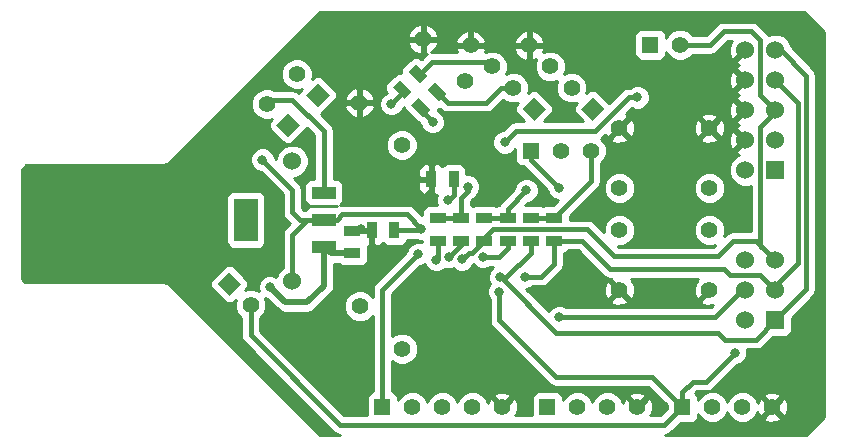
<source format=gbl>
G04 (created by PCBNEW-RS274X (2012-jan-04)-stable) date Пт. 17 авг. 2012 15:46:30*
G01*
G70*
G90*
%MOIN*%
G04 Gerber Fmt 3.4, Leading zero omitted, Abs format*
%FSLAX34Y34*%
G04 APERTURE LIST*
%ADD10C,0.006000*%
%ADD11C,0.055000*%
%ADD12R,0.080000X0.144000*%
%ADD13R,0.080000X0.040000*%
%ADD14R,0.035000X0.055000*%
%ADD15R,0.055000X0.055000*%
%ADD16C,0.060000*%
%ADD17R,0.060000X0.060000*%
%ADD18C,0.056000*%
%ADD19R,0.055000X0.035000*%
%ADD20C,0.031500*%
%ADD21C,0.019700*%
%ADD22C,0.015700*%
%ADD23C,0.010000*%
G04 APERTURE END LIST*
G54D10*
G54D11*
X70900Y-44600D03*
X70900Y-46600D03*
X67900Y-44600D03*
X67900Y-46600D03*
X67900Y-43200D03*
X67900Y-41200D03*
X70900Y-43200D03*
X70900Y-41200D03*
X61354Y-38232D03*
X62768Y-39646D03*
X59232Y-40354D03*
X60646Y-41768D03*
G54D12*
X55450Y-44250D03*
G54D13*
X58050Y-44250D03*
X58050Y-45150D03*
X58050Y-43350D03*
G54D10*
G36*
X61356Y-40833D02*
X60967Y-40444D01*
X61214Y-40197D01*
X61603Y-40586D01*
X61356Y-40833D01*
X61356Y-40833D01*
G37*
G36*
X61886Y-40303D02*
X61497Y-39914D01*
X61744Y-39667D01*
X62133Y-40056D01*
X61886Y-40303D01*
X61886Y-40303D01*
G37*
G36*
X60731Y-40233D02*
X60342Y-39844D01*
X60589Y-39597D01*
X60978Y-39986D01*
X60731Y-40233D01*
X60731Y-40233D01*
G37*
G36*
X61261Y-39703D02*
X60872Y-39314D01*
X61119Y-39067D01*
X61508Y-39456D01*
X61261Y-39703D01*
X61261Y-39703D01*
G37*
G54D14*
X61625Y-42900D03*
X62375Y-42900D03*
G54D10*
G36*
X65450Y-40561D02*
X65061Y-40950D01*
X64672Y-40561D01*
X65061Y-40172D01*
X65450Y-40561D01*
X65450Y-40561D01*
G37*
G54D11*
X64354Y-39854D03*
X63646Y-39146D03*
X62939Y-38439D03*
G54D15*
X65500Y-50500D03*
G54D11*
X66500Y-50500D03*
X67500Y-50500D03*
X68500Y-50500D03*
G54D10*
G36*
X58243Y-40104D02*
X57854Y-40493D01*
X57465Y-40104D01*
X57854Y-39715D01*
X58243Y-40104D01*
X58243Y-40104D01*
G37*
G54D11*
X57146Y-39396D03*
G54D15*
X68925Y-38425D03*
G54D11*
X69925Y-38425D03*
G54D10*
G36*
X57243Y-41104D02*
X56854Y-41493D01*
X56465Y-41104D01*
X56854Y-40715D01*
X57243Y-41104D01*
X57243Y-41104D01*
G37*
G54D11*
X56146Y-40396D03*
G54D16*
X57000Y-42300D03*
X57000Y-46300D03*
G54D17*
X73100Y-42600D03*
G54D16*
X72100Y-42600D03*
X73100Y-41600D03*
X72100Y-41600D03*
X73100Y-40600D03*
X72100Y-40600D03*
X73100Y-39600D03*
X72100Y-39600D03*
X73100Y-38600D03*
X72100Y-38600D03*
G54D17*
X73100Y-47600D03*
G54D16*
X72100Y-47600D03*
X73100Y-46600D03*
X72100Y-46600D03*
X73100Y-45600D03*
X72100Y-45600D03*
G54D18*
X60657Y-48557D03*
X59243Y-47143D03*
G54D19*
X59000Y-45375D03*
X59000Y-44625D03*
G54D14*
X60400Y-44600D03*
X59650Y-44600D03*
G54D15*
X64950Y-41950D03*
G54D11*
X65950Y-41950D03*
X66950Y-41950D03*
G54D10*
G36*
X67400Y-40561D02*
X67011Y-40950D01*
X66622Y-40561D01*
X67011Y-40172D01*
X67400Y-40561D01*
X67400Y-40561D01*
G37*
G54D11*
X66304Y-39854D03*
X65596Y-39146D03*
X64889Y-38439D03*
G54D10*
G36*
X54507Y-46396D02*
X54896Y-46007D01*
X55285Y-46396D01*
X54896Y-46785D01*
X54507Y-46396D01*
X54507Y-46396D01*
G37*
G54D11*
X55604Y-47104D03*
G54D19*
X61850Y-44200D03*
X61850Y-44950D03*
X62625Y-44200D03*
X62625Y-44950D03*
X63400Y-44200D03*
X63400Y-44950D03*
X64175Y-44200D03*
X64175Y-44950D03*
X64950Y-44200D03*
X64950Y-44950D03*
X65725Y-44200D03*
X65725Y-44950D03*
G54D15*
X70000Y-50500D03*
G54D11*
X71000Y-50500D03*
X72000Y-50500D03*
X73000Y-50500D03*
G54D15*
X60000Y-50500D03*
G54D11*
X61000Y-50500D03*
X62000Y-50500D03*
X63000Y-50500D03*
X64000Y-50500D03*
G54D20*
X56250Y-46500D03*
X62850Y-43150D03*
X65900Y-43200D03*
X63925Y-46175D03*
X63350Y-45500D03*
X65900Y-47500D03*
X61800Y-45600D03*
X62225Y-45500D03*
X62650Y-45575D03*
X64750Y-46150D03*
X64800Y-43275D03*
X61675Y-41000D03*
X60300Y-40400D03*
X61200Y-43700D03*
X59300Y-44550D03*
X63100Y-43650D03*
X64075Y-41675D03*
X68500Y-40175D03*
X62200Y-43600D03*
X61200Y-45400D03*
X63900Y-46650D03*
X61300Y-44550D03*
X56000Y-42250D03*
X71750Y-48700D03*
G54D21*
X58275Y-45375D02*
X58050Y-45150D01*
X58050Y-46450D02*
X58050Y-45150D01*
X57500Y-47000D02*
X58050Y-46450D01*
X56750Y-47000D02*
X57500Y-47000D01*
X56250Y-46500D02*
X56750Y-47000D01*
X59000Y-45375D02*
X58275Y-45375D01*
G54D22*
X62625Y-44200D02*
X62625Y-43525D01*
X65900Y-43200D02*
X64950Y-42250D01*
X62850Y-43300D02*
X62850Y-43150D01*
X62625Y-43525D02*
X62850Y-43300D01*
X61850Y-44200D02*
X62625Y-44200D01*
X64950Y-42250D02*
X64950Y-41950D01*
X63925Y-46175D02*
X63950Y-46175D01*
X71200Y-48025D02*
X71425Y-48250D01*
X74125Y-39450D02*
X74125Y-46575D01*
X64950Y-45350D02*
X64950Y-44950D01*
X64125Y-46175D02*
X64950Y-45350D01*
X63950Y-46175D02*
X65800Y-48025D01*
X65800Y-48025D02*
X71200Y-48025D01*
X73100Y-38600D02*
X73275Y-38600D01*
X63925Y-46175D02*
X64125Y-46175D01*
X73275Y-38600D02*
X74125Y-39450D01*
X74125Y-46575D02*
X73100Y-47600D01*
X72450Y-48250D02*
X73100Y-47600D01*
X71425Y-48250D02*
X72450Y-48250D01*
X71100Y-47500D02*
X72000Y-46600D01*
X65900Y-47500D02*
X71100Y-47500D01*
X72000Y-46600D02*
X72100Y-46600D01*
X64175Y-45200D02*
X63875Y-45500D01*
X63875Y-45500D02*
X63350Y-45500D01*
X64175Y-44950D02*
X64175Y-45200D01*
X61850Y-45550D02*
X61850Y-44950D01*
X61800Y-45600D02*
X61850Y-45550D01*
X62625Y-45100D02*
X62225Y-45500D01*
X62625Y-44950D02*
X62625Y-45100D01*
X67725Y-45475D02*
X71175Y-45475D01*
X73100Y-40600D02*
X73100Y-40675D01*
X72625Y-45125D02*
X73100Y-45600D01*
X63400Y-44875D02*
X63700Y-44575D01*
X72600Y-38275D02*
X72600Y-40100D01*
X62875Y-45350D02*
X63000Y-45350D01*
X72625Y-45150D02*
X72625Y-45125D01*
X69925Y-38425D02*
X70925Y-38425D01*
X72450Y-44950D02*
X72625Y-45125D01*
X71700Y-44950D02*
X72450Y-44950D01*
X72300Y-37975D02*
X72600Y-38275D01*
X72600Y-40100D02*
X73100Y-40600D01*
X63400Y-44950D02*
X63400Y-44875D01*
X71375Y-37975D02*
X72300Y-37975D01*
X72600Y-41175D02*
X72600Y-45100D01*
X62650Y-45575D02*
X62875Y-45350D01*
X66825Y-44575D02*
X67725Y-45475D01*
X72625Y-45125D02*
X72625Y-45150D01*
X72600Y-45100D02*
X72625Y-45125D01*
X70925Y-38425D02*
X71375Y-37975D01*
X63700Y-44575D02*
X66825Y-44575D01*
X73100Y-40675D02*
X72600Y-41175D01*
X63000Y-45350D02*
X63400Y-44950D01*
X71175Y-45475D02*
X71700Y-44950D01*
X64750Y-46150D02*
X65300Y-46150D01*
X72600Y-46100D02*
X73100Y-46600D01*
X73100Y-46450D02*
X73850Y-45700D01*
X66650Y-44950D02*
X67600Y-45900D01*
X65300Y-46150D02*
X65725Y-45725D01*
X65725Y-45725D02*
X65725Y-44950D01*
X65725Y-44950D02*
X66650Y-44950D01*
X71400Y-45900D02*
X71600Y-46100D01*
X73850Y-40350D02*
X73100Y-39600D01*
X73850Y-45700D02*
X73850Y-40350D01*
X67600Y-45900D02*
X71400Y-45900D01*
X71600Y-46100D02*
X72600Y-46100D01*
X73100Y-46600D02*
X73100Y-46450D01*
X64175Y-43900D02*
X64800Y-43275D01*
X64175Y-44200D02*
X64175Y-43900D01*
X63400Y-44200D02*
X64175Y-44200D01*
X61285Y-40610D02*
X61285Y-40515D01*
X61675Y-41000D02*
X61285Y-40610D01*
X66950Y-42975D02*
X65725Y-44200D01*
X65725Y-44200D02*
X64950Y-44200D01*
X66950Y-41950D02*
X66950Y-42975D01*
X60300Y-40400D02*
X60660Y-40040D01*
X60660Y-40040D02*
X60660Y-39915D01*
X63450Y-43100D02*
X63750Y-42800D01*
X61200Y-43700D02*
X61625Y-43275D01*
X61625Y-43275D02*
X61625Y-42900D01*
X59300Y-44550D02*
X59225Y-44625D01*
X63100Y-43650D02*
X63450Y-43300D01*
X63450Y-43300D02*
X63450Y-43100D01*
X59650Y-44600D02*
X59025Y-44600D01*
X59225Y-44625D02*
X59000Y-44625D01*
X59025Y-44600D02*
X59000Y-44625D01*
X62180Y-40350D02*
X61815Y-39985D01*
X63946Y-39854D02*
X63450Y-40350D01*
X64354Y-39854D02*
X63946Y-39854D01*
X63450Y-40350D02*
X62180Y-40350D01*
X63500Y-39000D02*
X63646Y-39146D01*
X61190Y-39385D02*
X61265Y-39385D01*
X61650Y-39000D02*
X63500Y-39000D01*
X61265Y-39385D02*
X61650Y-39000D01*
X68225Y-40175D02*
X68500Y-40175D01*
X67100Y-41300D02*
X68225Y-40175D01*
X64075Y-41675D02*
X64450Y-41300D01*
X64450Y-41300D02*
X67100Y-41300D01*
X62200Y-43600D02*
X62375Y-43425D01*
X62375Y-43425D02*
X62375Y-42900D01*
X60000Y-46600D02*
X60000Y-50500D01*
X61200Y-45400D02*
X60000Y-46600D01*
X58050Y-41300D02*
X57000Y-40250D01*
X57000Y-40250D02*
X56292Y-40250D01*
X56292Y-40250D02*
X56146Y-40396D01*
X58050Y-43350D02*
X58050Y-41300D01*
X63900Y-46650D02*
X63900Y-47600D01*
X55604Y-48104D02*
X58600Y-51100D01*
X69400Y-51100D02*
X70000Y-50500D01*
X58600Y-51100D02*
X69400Y-51100D01*
X69000Y-49500D02*
X70000Y-50500D01*
X65800Y-49500D02*
X69000Y-49500D01*
X63900Y-47600D02*
X65800Y-49500D01*
X55604Y-47104D02*
X55604Y-48104D01*
X61250Y-44600D02*
X61300Y-44550D01*
X56000Y-42250D02*
X57000Y-43250D01*
X57000Y-43250D02*
X57000Y-44000D01*
X60400Y-44600D02*
X61250Y-44600D01*
X58650Y-44075D02*
X60825Y-44075D01*
X60825Y-44075D02*
X61300Y-44550D01*
X57000Y-44000D02*
X57250Y-44250D01*
X70350Y-49650D02*
X70000Y-50000D01*
X58475Y-44250D02*
X58650Y-44075D01*
X70000Y-50000D02*
X70000Y-50500D01*
X70800Y-49650D02*
X70350Y-49650D01*
X58050Y-44250D02*
X58475Y-44250D01*
X57250Y-44250D02*
X58050Y-44250D01*
X71750Y-48700D02*
X70800Y-49650D01*
X57500Y-44250D02*
X57000Y-44750D01*
X57000Y-44750D02*
X57000Y-46300D01*
X58050Y-44250D02*
X57500Y-44250D01*
G54D10*
G36*
X61326Y-45012D02*
X61281Y-44994D01*
X61120Y-44994D01*
X60971Y-45056D01*
X60856Y-45169D01*
X60794Y-45319D01*
X60794Y-45342D01*
X59768Y-46368D01*
X59697Y-46474D01*
X59672Y-46600D01*
X59672Y-46822D01*
X59544Y-46694D01*
X59349Y-46613D01*
X59138Y-46613D01*
X58943Y-46694D01*
X58794Y-46842D01*
X58713Y-47037D01*
X58713Y-47248D01*
X58794Y-47443D01*
X58942Y-47592D01*
X59137Y-47673D01*
X59348Y-47673D01*
X59543Y-47592D01*
X59672Y-47463D01*
X59672Y-49977D01*
X59584Y-50014D01*
X59514Y-50084D01*
X59476Y-50175D01*
X59476Y-50274D01*
X59476Y-50772D01*
X58736Y-50772D01*
X55932Y-47968D01*
X55932Y-47518D01*
X56049Y-47402D01*
X56129Y-47209D01*
X56129Y-47000D01*
X56073Y-46866D01*
X56160Y-46902D01*
X56504Y-47246D01*
X56616Y-47322D01*
X56617Y-47322D01*
X56750Y-47348D01*
X57500Y-47348D01*
X57633Y-47322D01*
X57634Y-47322D01*
X57746Y-47246D01*
X58295Y-46697D01*
X58295Y-46696D01*
X58296Y-46696D01*
X58371Y-46584D01*
X58372Y-46583D01*
X58397Y-46451D01*
X58398Y-46450D01*
X58398Y-45723D01*
X58546Y-45723D01*
X58584Y-45761D01*
X58675Y-45799D01*
X58774Y-45799D01*
X59324Y-45799D01*
X59416Y-45761D01*
X59486Y-45691D01*
X59524Y-45600D01*
X59524Y-45501D01*
X59524Y-45151D01*
X59513Y-45124D01*
X59538Y-45125D01*
X59600Y-45063D01*
X59600Y-44650D01*
X59287Y-44650D01*
X59262Y-44675D01*
X59100Y-44675D01*
X59050Y-44675D01*
X58950Y-44675D01*
X58950Y-44575D01*
X59050Y-44575D01*
X59100Y-44575D01*
X59463Y-44575D01*
X59488Y-44550D01*
X59550Y-44550D01*
X59600Y-44550D01*
X59700Y-44550D01*
X59700Y-44650D01*
X59700Y-44700D01*
X59700Y-45063D01*
X59762Y-45125D01*
X59874Y-45124D01*
X59966Y-45086D01*
X60025Y-45027D01*
X60084Y-45086D01*
X60175Y-45124D01*
X60274Y-45124D01*
X60624Y-45124D01*
X60716Y-45086D01*
X60786Y-45016D01*
X60822Y-44928D01*
X61151Y-44928D01*
X61219Y-44956D01*
X61326Y-44956D01*
X61326Y-45012D01*
X61326Y-45012D01*
G37*
G54D23*
X61326Y-45012D02*
X61281Y-44994D01*
X61120Y-44994D01*
X60971Y-45056D01*
X60856Y-45169D01*
X60794Y-45319D01*
X60794Y-45342D01*
X59768Y-46368D01*
X59697Y-46474D01*
X59672Y-46600D01*
X59672Y-46822D01*
X59544Y-46694D01*
X59349Y-46613D01*
X59138Y-46613D01*
X58943Y-46694D01*
X58794Y-46842D01*
X58713Y-47037D01*
X58713Y-47248D01*
X58794Y-47443D01*
X58942Y-47592D01*
X59137Y-47673D01*
X59348Y-47673D01*
X59543Y-47592D01*
X59672Y-47463D01*
X59672Y-49977D01*
X59584Y-50014D01*
X59514Y-50084D01*
X59476Y-50175D01*
X59476Y-50274D01*
X59476Y-50772D01*
X58736Y-50772D01*
X55932Y-47968D01*
X55932Y-47518D01*
X56049Y-47402D01*
X56129Y-47209D01*
X56129Y-47000D01*
X56073Y-46866D01*
X56160Y-46902D01*
X56504Y-47246D01*
X56616Y-47322D01*
X56617Y-47322D01*
X56750Y-47348D01*
X57500Y-47348D01*
X57633Y-47322D01*
X57634Y-47322D01*
X57746Y-47246D01*
X58295Y-46697D01*
X58295Y-46696D01*
X58296Y-46696D01*
X58371Y-46584D01*
X58372Y-46583D01*
X58397Y-46451D01*
X58398Y-46450D01*
X58398Y-45723D01*
X58546Y-45723D01*
X58584Y-45761D01*
X58675Y-45799D01*
X58774Y-45799D01*
X59324Y-45799D01*
X59416Y-45761D01*
X59486Y-45691D01*
X59524Y-45600D01*
X59524Y-45501D01*
X59524Y-45151D01*
X59513Y-45124D01*
X59538Y-45125D01*
X59600Y-45063D01*
X59600Y-44650D01*
X59287Y-44650D01*
X59262Y-44675D01*
X59100Y-44675D01*
X59050Y-44675D01*
X58950Y-44675D01*
X58950Y-44575D01*
X59050Y-44575D01*
X59100Y-44575D01*
X59463Y-44575D01*
X59488Y-44550D01*
X59550Y-44550D01*
X59600Y-44550D01*
X59700Y-44550D01*
X59700Y-44650D01*
X59700Y-44700D01*
X59700Y-45063D01*
X59762Y-45125D01*
X59874Y-45124D01*
X59966Y-45086D01*
X60025Y-45027D01*
X60084Y-45086D01*
X60175Y-45124D01*
X60274Y-45124D01*
X60624Y-45124D01*
X60716Y-45086D01*
X60786Y-45016D01*
X60822Y-44928D01*
X61151Y-44928D01*
X61219Y-44956D01*
X61326Y-44956D01*
X61326Y-45012D01*
G54D10*
G36*
X69476Y-50560D02*
X69264Y-50772D01*
X68932Y-50772D01*
X68952Y-50767D01*
X69019Y-50574D01*
X69008Y-50370D01*
X68952Y-50233D01*
X68861Y-50210D01*
X68790Y-50281D01*
X68790Y-50139D01*
X68767Y-50048D01*
X68574Y-49981D01*
X68370Y-49992D01*
X68233Y-50048D01*
X68210Y-50139D01*
X68500Y-50429D01*
X68790Y-50139D01*
X68790Y-50281D01*
X68606Y-50465D01*
X68571Y-50500D01*
X68500Y-50571D01*
X68429Y-50500D01*
X68394Y-50465D01*
X68139Y-50210D01*
X68048Y-50233D01*
X68006Y-50351D01*
X67945Y-50203D01*
X67798Y-50055D01*
X67605Y-49975D01*
X67396Y-49975D01*
X67203Y-50055D01*
X67055Y-50202D01*
X66999Y-50335D01*
X66945Y-50203D01*
X66798Y-50055D01*
X66605Y-49975D01*
X66396Y-49975D01*
X66203Y-50055D01*
X66055Y-50202D01*
X66024Y-50276D01*
X66024Y-50176D01*
X65986Y-50084D01*
X65916Y-50014D01*
X65825Y-49976D01*
X65726Y-49976D01*
X65176Y-49976D01*
X65084Y-50014D01*
X65014Y-50084D01*
X64976Y-50175D01*
X64976Y-50274D01*
X64976Y-50772D01*
X64432Y-50772D01*
X64452Y-50767D01*
X64519Y-50574D01*
X64508Y-50370D01*
X64452Y-50233D01*
X64361Y-50210D01*
X64290Y-50281D01*
X64290Y-50139D01*
X64267Y-50048D01*
X64074Y-49981D01*
X63870Y-49992D01*
X63733Y-50048D01*
X63710Y-50139D01*
X64000Y-50429D01*
X64290Y-50139D01*
X64290Y-50281D01*
X64106Y-50465D01*
X64071Y-50500D01*
X64000Y-50571D01*
X63929Y-50500D01*
X63894Y-50465D01*
X63639Y-50210D01*
X63548Y-50233D01*
X63506Y-50351D01*
X63445Y-50203D01*
X63298Y-50055D01*
X63105Y-49975D01*
X62896Y-49975D01*
X62703Y-50055D01*
X62555Y-50202D01*
X62499Y-50335D01*
X62445Y-50203D01*
X62298Y-50055D01*
X62105Y-49975D01*
X61896Y-49975D01*
X61703Y-50055D01*
X61555Y-50202D01*
X61499Y-50335D01*
X61445Y-50203D01*
X61298Y-50055D01*
X61105Y-49975D01*
X60896Y-49975D01*
X60703Y-50055D01*
X60555Y-50202D01*
X60524Y-50276D01*
X60524Y-50176D01*
X60486Y-50084D01*
X60416Y-50014D01*
X60328Y-49977D01*
X60328Y-48977D01*
X60356Y-49006D01*
X60551Y-49087D01*
X60762Y-49087D01*
X60957Y-49006D01*
X61106Y-48858D01*
X61187Y-48663D01*
X61187Y-48452D01*
X61106Y-48257D01*
X60958Y-48108D01*
X60763Y-48027D01*
X60552Y-48027D01*
X60357Y-48108D01*
X60328Y-48136D01*
X60328Y-46736D01*
X61258Y-45806D01*
X61280Y-45806D01*
X61421Y-45746D01*
X61456Y-45829D01*
X61569Y-45944D01*
X61719Y-46006D01*
X61880Y-46006D01*
X62029Y-45944D01*
X62090Y-45883D01*
X62144Y-45906D01*
X62305Y-45906D01*
X62376Y-45876D01*
X62419Y-45919D01*
X62569Y-45981D01*
X62730Y-45981D01*
X62879Y-45919D01*
X62994Y-45806D01*
X63019Y-45743D01*
X63119Y-45844D01*
X63269Y-45906D01*
X63430Y-45906D01*
X63579Y-45844D01*
X63595Y-45828D01*
X63703Y-45828D01*
X63696Y-45831D01*
X63581Y-45944D01*
X63519Y-46094D01*
X63519Y-46255D01*
X63578Y-46397D01*
X63556Y-46419D01*
X63494Y-46569D01*
X63494Y-46730D01*
X63556Y-46879D01*
X63572Y-46895D01*
X63572Y-47600D01*
X63597Y-47726D01*
X63668Y-47832D01*
X65568Y-49732D01*
X65674Y-49803D01*
X65675Y-49803D01*
X65800Y-49828D01*
X68864Y-49828D01*
X69476Y-50440D01*
X69476Y-50560D01*
X69476Y-50560D01*
G37*
G54D23*
X69476Y-50560D02*
X69264Y-50772D01*
X68932Y-50772D01*
X68952Y-50767D01*
X69019Y-50574D01*
X69008Y-50370D01*
X68952Y-50233D01*
X68861Y-50210D01*
X68790Y-50281D01*
X68790Y-50139D01*
X68767Y-50048D01*
X68574Y-49981D01*
X68370Y-49992D01*
X68233Y-50048D01*
X68210Y-50139D01*
X68500Y-50429D01*
X68790Y-50139D01*
X68790Y-50281D01*
X68606Y-50465D01*
X68571Y-50500D01*
X68500Y-50571D01*
X68429Y-50500D01*
X68394Y-50465D01*
X68139Y-50210D01*
X68048Y-50233D01*
X68006Y-50351D01*
X67945Y-50203D01*
X67798Y-50055D01*
X67605Y-49975D01*
X67396Y-49975D01*
X67203Y-50055D01*
X67055Y-50202D01*
X66999Y-50335D01*
X66945Y-50203D01*
X66798Y-50055D01*
X66605Y-49975D01*
X66396Y-49975D01*
X66203Y-50055D01*
X66055Y-50202D01*
X66024Y-50276D01*
X66024Y-50176D01*
X65986Y-50084D01*
X65916Y-50014D01*
X65825Y-49976D01*
X65726Y-49976D01*
X65176Y-49976D01*
X65084Y-50014D01*
X65014Y-50084D01*
X64976Y-50175D01*
X64976Y-50274D01*
X64976Y-50772D01*
X64432Y-50772D01*
X64452Y-50767D01*
X64519Y-50574D01*
X64508Y-50370D01*
X64452Y-50233D01*
X64361Y-50210D01*
X64290Y-50281D01*
X64290Y-50139D01*
X64267Y-50048D01*
X64074Y-49981D01*
X63870Y-49992D01*
X63733Y-50048D01*
X63710Y-50139D01*
X64000Y-50429D01*
X64290Y-50139D01*
X64290Y-50281D01*
X64106Y-50465D01*
X64071Y-50500D01*
X64000Y-50571D01*
X63929Y-50500D01*
X63894Y-50465D01*
X63639Y-50210D01*
X63548Y-50233D01*
X63506Y-50351D01*
X63445Y-50203D01*
X63298Y-50055D01*
X63105Y-49975D01*
X62896Y-49975D01*
X62703Y-50055D01*
X62555Y-50202D01*
X62499Y-50335D01*
X62445Y-50203D01*
X62298Y-50055D01*
X62105Y-49975D01*
X61896Y-49975D01*
X61703Y-50055D01*
X61555Y-50202D01*
X61499Y-50335D01*
X61445Y-50203D01*
X61298Y-50055D01*
X61105Y-49975D01*
X60896Y-49975D01*
X60703Y-50055D01*
X60555Y-50202D01*
X60524Y-50276D01*
X60524Y-50176D01*
X60486Y-50084D01*
X60416Y-50014D01*
X60328Y-49977D01*
X60328Y-48977D01*
X60356Y-49006D01*
X60551Y-49087D01*
X60762Y-49087D01*
X60957Y-49006D01*
X61106Y-48858D01*
X61187Y-48663D01*
X61187Y-48452D01*
X61106Y-48257D01*
X60958Y-48108D01*
X60763Y-48027D01*
X60552Y-48027D01*
X60357Y-48108D01*
X60328Y-48136D01*
X60328Y-46736D01*
X61258Y-45806D01*
X61280Y-45806D01*
X61421Y-45746D01*
X61456Y-45829D01*
X61569Y-45944D01*
X61719Y-46006D01*
X61880Y-46006D01*
X62029Y-45944D01*
X62090Y-45883D01*
X62144Y-45906D01*
X62305Y-45906D01*
X62376Y-45876D01*
X62419Y-45919D01*
X62569Y-45981D01*
X62730Y-45981D01*
X62879Y-45919D01*
X62994Y-45806D01*
X63019Y-45743D01*
X63119Y-45844D01*
X63269Y-45906D01*
X63430Y-45906D01*
X63579Y-45844D01*
X63595Y-45828D01*
X63703Y-45828D01*
X63696Y-45831D01*
X63581Y-45944D01*
X63519Y-46094D01*
X63519Y-46255D01*
X63578Y-46397D01*
X63556Y-46419D01*
X63494Y-46569D01*
X63494Y-46730D01*
X63556Y-46879D01*
X63572Y-46895D01*
X63572Y-47600D01*
X63597Y-47726D01*
X63668Y-47832D01*
X65568Y-49732D01*
X65674Y-49803D01*
X65675Y-49803D01*
X65800Y-49828D01*
X68864Y-49828D01*
X69476Y-50440D01*
X69476Y-50560D01*
G54D10*
G36*
X71028Y-47108D02*
X70964Y-47172D01*
X68419Y-47172D01*
X68190Y-47172D01*
X68190Y-46961D01*
X67900Y-46671D01*
X67829Y-46742D01*
X67829Y-46600D01*
X67539Y-46310D01*
X67448Y-46333D01*
X67381Y-46526D01*
X67392Y-46730D01*
X67448Y-46867D01*
X67539Y-46890D01*
X67829Y-46600D01*
X67829Y-46742D01*
X67610Y-46961D01*
X67633Y-47052D01*
X67826Y-47119D01*
X68030Y-47108D01*
X68167Y-47052D01*
X68190Y-46961D01*
X68190Y-47172D01*
X66146Y-47172D01*
X66131Y-47156D01*
X65981Y-47094D01*
X65820Y-47094D01*
X65671Y-47156D01*
X65556Y-47269D01*
X65541Y-47302D01*
X64795Y-46556D01*
X64830Y-46556D01*
X64979Y-46494D01*
X64995Y-46478D01*
X65300Y-46478D01*
X65425Y-46453D01*
X65426Y-46453D01*
X65532Y-46382D01*
X65957Y-45957D01*
X66028Y-45851D01*
X66028Y-45850D01*
X66053Y-45725D01*
X66053Y-45372D01*
X66141Y-45336D01*
X66199Y-45278D01*
X66514Y-45278D01*
X67368Y-46132D01*
X67474Y-46203D01*
X67600Y-46228D01*
X67612Y-46228D01*
X67610Y-46239D01*
X67865Y-46494D01*
X67900Y-46529D01*
X67971Y-46600D01*
X68006Y-46635D01*
X68261Y-46890D01*
X68352Y-46867D01*
X68419Y-46674D01*
X68408Y-46470D01*
X68352Y-46333D01*
X68316Y-46324D01*
X68348Y-46293D01*
X68283Y-46228D01*
X70517Y-46228D01*
X70452Y-46293D01*
X70483Y-46324D01*
X70448Y-46333D01*
X70381Y-46526D01*
X70392Y-46730D01*
X70448Y-46867D01*
X70539Y-46890D01*
X70794Y-46635D01*
X70829Y-46600D01*
X70900Y-46529D01*
X70971Y-46600D01*
X70900Y-46671D01*
X70865Y-46706D01*
X70829Y-46742D01*
X70610Y-46961D01*
X70633Y-47052D01*
X70826Y-47119D01*
X71028Y-47108D01*
X71028Y-47108D01*
G37*
G54D23*
X71028Y-47108D02*
X70964Y-47172D01*
X68419Y-47172D01*
X68190Y-47172D01*
X68190Y-46961D01*
X67900Y-46671D01*
X67829Y-46742D01*
X67829Y-46600D01*
X67539Y-46310D01*
X67448Y-46333D01*
X67381Y-46526D01*
X67392Y-46730D01*
X67448Y-46867D01*
X67539Y-46890D01*
X67829Y-46600D01*
X67829Y-46742D01*
X67610Y-46961D01*
X67633Y-47052D01*
X67826Y-47119D01*
X68030Y-47108D01*
X68167Y-47052D01*
X68190Y-46961D01*
X68190Y-47172D01*
X66146Y-47172D01*
X66131Y-47156D01*
X65981Y-47094D01*
X65820Y-47094D01*
X65671Y-47156D01*
X65556Y-47269D01*
X65541Y-47302D01*
X64795Y-46556D01*
X64830Y-46556D01*
X64979Y-46494D01*
X64995Y-46478D01*
X65300Y-46478D01*
X65425Y-46453D01*
X65426Y-46453D01*
X65532Y-46382D01*
X65957Y-45957D01*
X66028Y-45851D01*
X66028Y-45850D01*
X66053Y-45725D01*
X66053Y-45372D01*
X66141Y-45336D01*
X66199Y-45278D01*
X66514Y-45278D01*
X67368Y-46132D01*
X67474Y-46203D01*
X67600Y-46228D01*
X67612Y-46228D01*
X67610Y-46239D01*
X67865Y-46494D01*
X67900Y-46529D01*
X67971Y-46600D01*
X68006Y-46635D01*
X68261Y-46890D01*
X68352Y-46867D01*
X68419Y-46674D01*
X68408Y-46470D01*
X68352Y-46333D01*
X68316Y-46324D01*
X68348Y-46293D01*
X68283Y-46228D01*
X70517Y-46228D01*
X70452Y-46293D01*
X70483Y-46324D01*
X70448Y-46333D01*
X70381Y-46526D01*
X70392Y-46730D01*
X70448Y-46867D01*
X70539Y-46890D01*
X70794Y-46635D01*
X70829Y-46600D01*
X70900Y-46529D01*
X70971Y-46600D01*
X70900Y-46671D01*
X70865Y-46706D01*
X70829Y-46742D01*
X70610Y-46961D01*
X70633Y-47052D01*
X70826Y-47119D01*
X71028Y-47108D01*
G54D10*
G36*
X72171Y-45600D02*
X72100Y-45671D01*
X72029Y-45600D01*
X72100Y-45529D01*
X72171Y-45600D01*
X72171Y-45600D01*
G37*
G54D23*
X72171Y-45600D02*
X72100Y-45671D01*
X72029Y-45600D01*
X72100Y-45529D01*
X72171Y-45600D01*
G54D10*
G36*
X74725Y-50815D02*
X74115Y-51425D01*
X73519Y-51425D01*
X73519Y-50574D01*
X73508Y-50370D01*
X73452Y-50233D01*
X73361Y-50210D01*
X73290Y-50281D01*
X73290Y-50139D01*
X73267Y-50048D01*
X73074Y-49981D01*
X72870Y-49992D01*
X72733Y-50048D01*
X72710Y-50139D01*
X73000Y-50429D01*
X73290Y-50139D01*
X73290Y-50281D01*
X73071Y-50500D01*
X73361Y-50790D01*
X73452Y-50767D01*
X73519Y-50574D01*
X73519Y-51425D01*
X73290Y-51425D01*
X73290Y-50861D01*
X73000Y-50571D01*
X72710Y-50861D01*
X72733Y-50952D01*
X72926Y-51019D01*
X73130Y-51008D01*
X73267Y-50952D01*
X73290Y-50861D01*
X73290Y-51425D01*
X69415Y-51425D01*
X69525Y-51403D01*
X69526Y-51403D01*
X69632Y-51332D01*
X69940Y-51024D01*
X70324Y-51024D01*
X70416Y-50986D01*
X70486Y-50916D01*
X70524Y-50825D01*
X70524Y-50726D01*
X70524Y-50722D01*
X70555Y-50797D01*
X70702Y-50945D01*
X70895Y-51025D01*
X71104Y-51025D01*
X71297Y-50945D01*
X71445Y-50798D01*
X71500Y-50664D01*
X71555Y-50797D01*
X71702Y-50945D01*
X71895Y-51025D01*
X72104Y-51025D01*
X72297Y-50945D01*
X72445Y-50798D01*
X72503Y-50657D01*
X72548Y-50767D01*
X72639Y-50790D01*
X72929Y-50500D01*
X72639Y-50210D01*
X72548Y-50233D01*
X72506Y-50351D01*
X72445Y-50203D01*
X72298Y-50055D01*
X72105Y-49975D01*
X71896Y-49975D01*
X71703Y-50055D01*
X71555Y-50202D01*
X71499Y-50335D01*
X71445Y-50203D01*
X71298Y-50055D01*
X71105Y-49975D01*
X70896Y-49975D01*
X70703Y-50055D01*
X70555Y-50202D01*
X70524Y-50276D01*
X70524Y-50176D01*
X70486Y-50084D01*
X70433Y-50031D01*
X70486Y-49978D01*
X70800Y-49978D01*
X70925Y-49953D01*
X70926Y-49953D01*
X71032Y-49882D01*
X71808Y-49106D01*
X71830Y-49106D01*
X71979Y-49044D01*
X72094Y-48931D01*
X72156Y-48781D01*
X72156Y-48620D01*
X72138Y-48578D01*
X72450Y-48578D01*
X72575Y-48553D01*
X72576Y-48553D01*
X72682Y-48482D01*
X73015Y-48149D01*
X73449Y-48149D01*
X73541Y-48111D01*
X73611Y-48041D01*
X73649Y-47950D01*
X73649Y-47851D01*
X73649Y-47515D01*
X74357Y-46807D01*
X74428Y-46701D01*
X74453Y-46575D01*
X74453Y-39450D01*
X74428Y-39325D01*
X74428Y-39324D01*
X74357Y-39218D01*
X73649Y-38510D01*
X73649Y-38491D01*
X73565Y-38289D01*
X73411Y-38135D01*
X73209Y-38051D01*
X72991Y-38051D01*
X72870Y-38100D01*
X72832Y-38043D01*
X72532Y-37743D01*
X72426Y-37672D01*
X72300Y-37647D01*
X71375Y-37647D01*
X71249Y-37672D01*
X71143Y-37743D01*
X70789Y-38097D01*
X70339Y-38097D01*
X70223Y-37980D01*
X70030Y-37900D01*
X69821Y-37900D01*
X69628Y-37980D01*
X69480Y-38127D01*
X69449Y-38201D01*
X69449Y-38101D01*
X69411Y-38009D01*
X69341Y-37939D01*
X69250Y-37901D01*
X69151Y-37901D01*
X68601Y-37901D01*
X68509Y-37939D01*
X68439Y-38009D01*
X68401Y-38100D01*
X68401Y-38199D01*
X68401Y-38749D01*
X68439Y-38841D01*
X68509Y-38911D01*
X68600Y-38949D01*
X68699Y-38949D01*
X69249Y-38949D01*
X69341Y-38911D01*
X69411Y-38841D01*
X69449Y-38750D01*
X69449Y-38651D01*
X69449Y-38647D01*
X69480Y-38722D01*
X69627Y-38870D01*
X69820Y-38950D01*
X70029Y-38950D01*
X70222Y-38870D01*
X70339Y-38753D01*
X70925Y-38753D01*
X71050Y-38728D01*
X71051Y-38728D01*
X71157Y-38657D01*
X71511Y-38303D01*
X71662Y-38303D01*
X71666Y-38307D01*
X71628Y-38319D01*
X71557Y-38521D01*
X71568Y-38734D01*
X71628Y-38881D01*
X71722Y-38908D01*
X71994Y-38635D01*
X72029Y-38600D01*
X72100Y-38529D01*
X72171Y-38600D01*
X72100Y-38671D01*
X71792Y-38978D01*
X71819Y-39072D01*
X71892Y-39097D01*
X71819Y-39128D01*
X71792Y-39222D01*
X72065Y-39494D01*
X72100Y-39529D01*
X72171Y-39600D01*
X72100Y-39671D01*
X72029Y-39741D01*
X72029Y-39600D01*
X71722Y-39292D01*
X71628Y-39319D01*
X71557Y-39521D01*
X71568Y-39734D01*
X71628Y-39881D01*
X71722Y-39908D01*
X72029Y-39600D01*
X72029Y-39741D01*
X71792Y-39978D01*
X71819Y-40072D01*
X71892Y-40097D01*
X71819Y-40128D01*
X71792Y-40222D01*
X72065Y-40494D01*
X72100Y-40529D01*
X72171Y-40600D01*
X72100Y-40671D01*
X72029Y-40741D01*
X72029Y-40600D01*
X71722Y-40292D01*
X71628Y-40319D01*
X71557Y-40521D01*
X71568Y-40734D01*
X71628Y-40881D01*
X71722Y-40908D01*
X72029Y-40600D01*
X72029Y-40741D01*
X71792Y-40978D01*
X71819Y-41072D01*
X71892Y-41097D01*
X71819Y-41128D01*
X71792Y-41222D01*
X72065Y-41494D01*
X72100Y-41529D01*
X72171Y-41600D01*
X72100Y-41671D01*
X72029Y-41741D01*
X72029Y-41600D01*
X71722Y-41292D01*
X71628Y-41319D01*
X71557Y-41521D01*
X71568Y-41734D01*
X71628Y-41881D01*
X71722Y-41908D01*
X72029Y-41600D01*
X72029Y-41741D01*
X71792Y-41978D01*
X71819Y-42072D01*
X71884Y-42095D01*
X71789Y-42135D01*
X71635Y-42289D01*
X71551Y-42491D01*
X71551Y-42709D01*
X71635Y-42911D01*
X71789Y-43065D01*
X71991Y-43149D01*
X72209Y-43149D01*
X72272Y-43122D01*
X72272Y-44622D01*
X71700Y-44622D01*
X71574Y-44647D01*
X71468Y-44718D01*
X71385Y-44800D01*
X71425Y-44705D01*
X71425Y-44496D01*
X71425Y-43305D01*
X71425Y-43096D01*
X71419Y-43081D01*
X71419Y-41274D01*
X71408Y-41070D01*
X71352Y-40933D01*
X71261Y-40910D01*
X71190Y-40981D01*
X71190Y-40839D01*
X71167Y-40748D01*
X70974Y-40681D01*
X70770Y-40692D01*
X70633Y-40748D01*
X70610Y-40839D01*
X70900Y-41129D01*
X71190Y-40839D01*
X71190Y-40981D01*
X70971Y-41200D01*
X71261Y-41490D01*
X71352Y-41467D01*
X71419Y-41274D01*
X71419Y-43081D01*
X71345Y-42903D01*
X71198Y-42755D01*
X71190Y-42751D01*
X71190Y-41561D01*
X70900Y-41271D01*
X70829Y-41342D01*
X70829Y-41200D01*
X70539Y-40910D01*
X70448Y-40933D01*
X70381Y-41126D01*
X70392Y-41330D01*
X70448Y-41467D01*
X70539Y-41490D01*
X70829Y-41200D01*
X70829Y-41342D01*
X70610Y-41561D01*
X70633Y-41652D01*
X70826Y-41719D01*
X71030Y-41708D01*
X71167Y-41652D01*
X71190Y-41561D01*
X71190Y-42751D01*
X71005Y-42675D01*
X70796Y-42675D01*
X70603Y-42755D01*
X70455Y-42902D01*
X70375Y-43095D01*
X70375Y-43304D01*
X70455Y-43497D01*
X70602Y-43645D01*
X70795Y-43725D01*
X71004Y-43725D01*
X71197Y-43645D01*
X71345Y-43498D01*
X71425Y-43305D01*
X71425Y-44496D01*
X71345Y-44303D01*
X71198Y-44155D01*
X71005Y-44075D01*
X70796Y-44075D01*
X70603Y-44155D01*
X70455Y-44302D01*
X70375Y-44495D01*
X70375Y-44704D01*
X70455Y-44897D01*
X70602Y-45045D01*
X70795Y-45125D01*
X71004Y-45125D01*
X71101Y-45084D01*
X71039Y-45147D01*
X67860Y-45147D01*
X67838Y-45125D01*
X68004Y-45125D01*
X68197Y-45045D01*
X68345Y-44898D01*
X68425Y-44705D01*
X68425Y-44496D01*
X68425Y-43305D01*
X68425Y-43096D01*
X68419Y-43081D01*
X68419Y-41274D01*
X68408Y-41070D01*
X68352Y-40933D01*
X68261Y-40910D01*
X67971Y-41200D01*
X68261Y-41490D01*
X68352Y-41467D01*
X68419Y-41274D01*
X68419Y-43081D01*
X68345Y-42903D01*
X68198Y-42755D01*
X68190Y-42751D01*
X68190Y-41561D01*
X67900Y-41271D01*
X67610Y-41561D01*
X67633Y-41652D01*
X67826Y-41719D01*
X68030Y-41708D01*
X68167Y-41652D01*
X68190Y-41561D01*
X68190Y-42751D01*
X68005Y-42675D01*
X67796Y-42675D01*
X67603Y-42755D01*
X67455Y-42902D01*
X67375Y-43095D01*
X67375Y-43304D01*
X67455Y-43497D01*
X67602Y-43645D01*
X67795Y-43725D01*
X68004Y-43725D01*
X68197Y-43645D01*
X68345Y-43498D01*
X68425Y-43305D01*
X68425Y-44496D01*
X68345Y-44303D01*
X68198Y-44155D01*
X68005Y-44075D01*
X67796Y-44075D01*
X67603Y-44155D01*
X67455Y-44302D01*
X67375Y-44495D01*
X67375Y-44661D01*
X67057Y-44343D01*
X66951Y-44272D01*
X66825Y-44247D01*
X66249Y-44247D01*
X66249Y-44140D01*
X67182Y-43207D01*
X67253Y-43101D01*
X67253Y-43100D01*
X67278Y-42975D01*
X67278Y-42364D01*
X67395Y-42248D01*
X67475Y-42055D01*
X67475Y-41846D01*
X67395Y-41653D01*
X67297Y-41554D01*
X67332Y-41532D01*
X67433Y-41430D01*
X67448Y-41467D01*
X67539Y-41490D01*
X67794Y-41235D01*
X67829Y-41200D01*
X67900Y-41129D01*
X67935Y-41094D01*
X68190Y-40839D01*
X68167Y-40748D01*
X68129Y-40734D01*
X68322Y-40541D01*
X68419Y-40581D01*
X68580Y-40581D01*
X68729Y-40519D01*
X68844Y-40406D01*
X68906Y-40256D01*
X68906Y-40095D01*
X68844Y-39946D01*
X68731Y-39831D01*
X68581Y-39769D01*
X68420Y-39769D01*
X68271Y-39831D01*
X68254Y-39847D01*
X68225Y-39847D01*
X68099Y-39872D01*
X67993Y-39943D01*
X67992Y-39943D01*
X67992Y-39944D01*
X67563Y-40372D01*
X67541Y-40350D01*
X67152Y-39961D01*
X67060Y-39923D01*
X66962Y-39923D01*
X66870Y-39961D01*
X66800Y-40031D01*
X66798Y-40032D01*
X66829Y-39959D01*
X66829Y-39750D01*
X66749Y-39557D01*
X66602Y-39409D01*
X66409Y-39329D01*
X66200Y-39329D01*
X66065Y-39384D01*
X66121Y-39251D01*
X66121Y-39042D01*
X66041Y-38849D01*
X65894Y-38701D01*
X65701Y-38621D01*
X65492Y-38621D01*
X65351Y-38679D01*
X65397Y-38570D01*
X65397Y-38308D01*
X65308Y-38124D01*
X65156Y-37988D01*
X65020Y-37931D01*
X64939Y-37979D01*
X64939Y-38389D01*
X65349Y-38389D01*
X65397Y-38308D01*
X65397Y-38570D01*
X65349Y-38489D01*
X65080Y-38489D01*
X64995Y-38404D01*
X64854Y-38545D01*
X64939Y-38630D01*
X64939Y-38899D01*
X65020Y-38947D01*
X65132Y-38892D01*
X65071Y-39041D01*
X65071Y-39250D01*
X65151Y-39443D01*
X65298Y-39591D01*
X65491Y-39671D01*
X65700Y-39671D01*
X65834Y-39615D01*
X65779Y-39749D01*
X65779Y-39958D01*
X65859Y-40151D01*
X66006Y-40299D01*
X66199Y-40379D01*
X66408Y-40379D01*
X66483Y-40347D01*
X66411Y-40420D01*
X66373Y-40512D01*
X66373Y-40610D01*
X66411Y-40702D01*
X66481Y-40772D01*
X66681Y-40972D01*
X65391Y-40972D01*
X65661Y-40702D01*
X65699Y-40610D01*
X65699Y-40512D01*
X65661Y-40420D01*
X65591Y-40350D01*
X65202Y-39961D01*
X65110Y-39923D01*
X65012Y-39923D01*
X64920Y-39961D01*
X64850Y-40031D01*
X64848Y-40032D01*
X64879Y-39959D01*
X64879Y-39750D01*
X64839Y-39653D01*
X64839Y-38899D01*
X64839Y-38489D01*
X64839Y-38389D01*
X64839Y-37979D01*
X64758Y-37931D01*
X64574Y-38020D01*
X64438Y-38172D01*
X64381Y-38308D01*
X64429Y-38389D01*
X64839Y-38389D01*
X64839Y-38489D01*
X64429Y-38489D01*
X64381Y-38570D01*
X64470Y-38754D01*
X64622Y-38890D01*
X64758Y-38947D01*
X64839Y-38899D01*
X64839Y-39653D01*
X64799Y-39557D01*
X64652Y-39409D01*
X64459Y-39329D01*
X64250Y-39329D01*
X64115Y-39384D01*
X64171Y-39251D01*
X64171Y-39042D01*
X64091Y-38849D01*
X63944Y-38701D01*
X63751Y-38621D01*
X63542Y-38621D01*
X63418Y-38672D01*
X63404Y-38672D01*
X63447Y-38570D01*
X63447Y-38308D01*
X63358Y-38124D01*
X63206Y-37988D01*
X63070Y-37931D01*
X62989Y-37979D01*
X62989Y-38389D01*
X63399Y-38389D01*
X63447Y-38308D01*
X63447Y-38570D01*
X63399Y-38489D01*
X63130Y-38489D01*
X63045Y-38404D01*
X62939Y-38510D01*
X62889Y-38460D01*
X62889Y-38389D01*
X62889Y-37979D01*
X62808Y-37931D01*
X62624Y-38020D01*
X62488Y-38172D01*
X62431Y-38308D01*
X62479Y-38389D01*
X62889Y-38389D01*
X62889Y-38460D01*
X62833Y-38404D01*
X62748Y-38489D01*
X62479Y-38489D01*
X62431Y-38570D01*
X62480Y-38672D01*
X61650Y-38672D01*
X61608Y-38680D01*
X61669Y-38651D01*
X61805Y-38499D01*
X61862Y-38363D01*
X61862Y-38101D01*
X61773Y-37917D01*
X61621Y-37781D01*
X61485Y-37724D01*
X61404Y-37772D01*
X61404Y-38182D01*
X61814Y-38182D01*
X61862Y-38101D01*
X61862Y-38363D01*
X61814Y-38282D01*
X61404Y-38282D01*
X61404Y-38692D01*
X61471Y-38732D01*
X61418Y-38768D01*
X61304Y-38881D01*
X61304Y-38692D01*
X61304Y-38282D01*
X61304Y-38182D01*
X61304Y-37772D01*
X61223Y-37724D01*
X61039Y-37813D01*
X60903Y-37965D01*
X60846Y-38101D01*
X60894Y-38182D01*
X61304Y-38182D01*
X61304Y-38282D01*
X60894Y-38282D01*
X60846Y-38363D01*
X60935Y-38547D01*
X61087Y-38683D01*
X61223Y-38740D01*
X61304Y-38692D01*
X61304Y-38881D01*
X61295Y-38890D01*
X61261Y-38856D01*
X61169Y-38818D01*
X61070Y-38818D01*
X60979Y-38855D01*
X60909Y-38925D01*
X60661Y-39173D01*
X60623Y-39265D01*
X60623Y-39348D01*
X60540Y-39348D01*
X60449Y-39385D01*
X60379Y-39455D01*
X60131Y-39703D01*
X60093Y-39795D01*
X60093Y-39894D01*
X60130Y-39985D01*
X60162Y-40017D01*
X60071Y-40056D01*
X59956Y-40169D01*
X59894Y-40319D01*
X59894Y-40480D01*
X59956Y-40629D01*
X60069Y-40744D01*
X60219Y-40806D01*
X60380Y-40806D01*
X60529Y-40744D01*
X60644Y-40631D01*
X60705Y-40482D01*
X60718Y-40482D01*
X60718Y-40494D01*
X60755Y-40585D01*
X60825Y-40655D01*
X61214Y-41044D01*
X61269Y-41066D01*
X61269Y-41080D01*
X61331Y-41229D01*
X61444Y-41344D01*
X61594Y-41406D01*
X61755Y-41406D01*
X61904Y-41344D01*
X62019Y-41231D01*
X62081Y-41081D01*
X62081Y-40920D01*
X62019Y-40771D01*
X61906Y-40656D01*
X61852Y-40633D01*
X61852Y-40552D01*
X61918Y-40552D01*
X61948Y-40582D01*
X62054Y-40653D01*
X62055Y-40653D01*
X62180Y-40678D01*
X63450Y-40678D01*
X63575Y-40653D01*
X63576Y-40653D01*
X63682Y-40582D01*
X64010Y-40253D01*
X64056Y-40299D01*
X64249Y-40379D01*
X64458Y-40379D01*
X64533Y-40347D01*
X64461Y-40420D01*
X64423Y-40512D01*
X64423Y-40610D01*
X64461Y-40702D01*
X64531Y-40772D01*
X64731Y-40972D01*
X64450Y-40972D01*
X64324Y-40997D01*
X64218Y-41068D01*
X64017Y-41269D01*
X63995Y-41269D01*
X63846Y-41331D01*
X63731Y-41444D01*
X63669Y-41594D01*
X63669Y-41755D01*
X63731Y-41904D01*
X63844Y-42019D01*
X63994Y-42081D01*
X64155Y-42081D01*
X64304Y-42019D01*
X64419Y-41906D01*
X64426Y-41889D01*
X64426Y-42274D01*
X64464Y-42366D01*
X64534Y-42436D01*
X64625Y-42474D01*
X64712Y-42474D01*
X64718Y-42482D01*
X65494Y-43258D01*
X65494Y-43280D01*
X65556Y-43429D01*
X65669Y-43544D01*
X65819Y-43606D01*
X65855Y-43606D01*
X65685Y-43776D01*
X65401Y-43776D01*
X65337Y-43802D01*
X65275Y-43776D01*
X65176Y-43776D01*
X64763Y-43776D01*
X64858Y-43681D01*
X64880Y-43681D01*
X65029Y-43619D01*
X65144Y-43506D01*
X65206Y-43356D01*
X65206Y-43195D01*
X65144Y-43046D01*
X65031Y-42931D01*
X64881Y-42869D01*
X64720Y-42869D01*
X64571Y-42931D01*
X64456Y-43044D01*
X64394Y-43194D01*
X64394Y-43217D01*
X63943Y-43668D01*
X63872Y-43774D01*
X63871Y-43776D01*
X63851Y-43776D01*
X63787Y-43802D01*
X63725Y-43776D01*
X63626Y-43776D01*
X63076Y-43776D01*
X63012Y-43802D01*
X62953Y-43777D01*
X62953Y-43661D01*
X63082Y-43532D01*
X63153Y-43426D01*
X63153Y-43425D01*
X63153Y-43420D01*
X63154Y-43420D01*
X63194Y-43381D01*
X63256Y-43231D01*
X63256Y-43070D01*
X63194Y-42921D01*
X63081Y-42806D01*
X62931Y-42744D01*
X62799Y-42744D01*
X62799Y-42576D01*
X62761Y-42484D01*
X62691Y-42414D01*
X62600Y-42376D01*
X62501Y-42376D01*
X62151Y-42376D01*
X62059Y-42414D01*
X62000Y-42473D01*
X61941Y-42414D01*
X61849Y-42376D01*
X61737Y-42375D01*
X61675Y-42437D01*
X61675Y-42800D01*
X61675Y-42850D01*
X61675Y-42950D01*
X61675Y-43000D01*
X61675Y-43363D01*
X61737Y-43425D01*
X61833Y-43424D01*
X61794Y-43519D01*
X61794Y-43680D01*
X61833Y-43776D01*
X61575Y-43776D01*
X61575Y-43363D01*
X61575Y-42950D01*
X61575Y-42850D01*
X61575Y-42437D01*
X61513Y-42375D01*
X61401Y-42376D01*
X61309Y-42414D01*
X61239Y-42484D01*
X61201Y-42575D01*
X61201Y-42674D01*
X61200Y-42788D01*
X61262Y-42850D01*
X61575Y-42850D01*
X61575Y-42950D01*
X61262Y-42950D01*
X61200Y-43012D01*
X61201Y-43126D01*
X61201Y-43225D01*
X61239Y-43316D01*
X61309Y-43386D01*
X61401Y-43424D01*
X61513Y-43425D01*
X61575Y-43363D01*
X61575Y-43776D01*
X61526Y-43776D01*
X61434Y-43814D01*
X61364Y-43884D01*
X61326Y-43975D01*
X61326Y-44074D01*
X61326Y-44112D01*
X61171Y-43957D01*
X61171Y-41873D01*
X61171Y-41664D01*
X61091Y-41471D01*
X60944Y-41323D01*
X60751Y-41243D01*
X60542Y-41243D01*
X60349Y-41323D01*
X60201Y-41470D01*
X60121Y-41663D01*
X60121Y-41872D01*
X60201Y-42065D01*
X60348Y-42213D01*
X60541Y-42293D01*
X60750Y-42293D01*
X60943Y-42213D01*
X61091Y-42066D01*
X61171Y-41873D01*
X61171Y-43957D01*
X61057Y-43843D01*
X60951Y-43772D01*
X60825Y-43747D01*
X59740Y-43747D01*
X59740Y-40485D01*
X59740Y-40223D01*
X59651Y-40039D01*
X59499Y-39903D01*
X59363Y-39846D01*
X59282Y-39894D01*
X59282Y-40304D01*
X59692Y-40304D01*
X59740Y-40223D01*
X59740Y-40485D01*
X59692Y-40404D01*
X59282Y-40404D01*
X59282Y-40814D01*
X59363Y-40862D01*
X59547Y-40773D01*
X59683Y-40621D01*
X59740Y-40485D01*
X59740Y-43747D01*
X59182Y-43747D01*
X59182Y-40814D01*
X59182Y-40404D01*
X59182Y-40304D01*
X59182Y-39894D01*
X59101Y-39846D01*
X58917Y-39935D01*
X58781Y-40087D01*
X58724Y-40223D01*
X58772Y-40304D01*
X59182Y-40304D01*
X59182Y-40404D01*
X58772Y-40404D01*
X58724Y-40485D01*
X58813Y-40669D01*
X58965Y-40805D01*
X59101Y-40862D01*
X59182Y-40814D01*
X59182Y-43747D01*
X58650Y-43747D01*
X58593Y-43758D01*
X58661Y-43691D01*
X58699Y-43600D01*
X58699Y-43501D01*
X58699Y-43101D01*
X58661Y-43009D01*
X58591Y-42939D01*
X58500Y-42901D01*
X58401Y-42901D01*
X58378Y-42901D01*
X58378Y-41300D01*
X58377Y-41299D01*
X58353Y-41174D01*
X58282Y-41068D01*
X58281Y-41067D01*
X57940Y-40726D01*
X57995Y-40704D01*
X58065Y-40634D01*
X58454Y-40245D01*
X58492Y-40153D01*
X58492Y-40055D01*
X58454Y-39963D01*
X58384Y-39893D01*
X57995Y-39504D01*
X57903Y-39466D01*
X57805Y-39466D01*
X57713Y-39504D01*
X57643Y-39574D01*
X57639Y-39577D01*
X57671Y-39501D01*
X57671Y-39292D01*
X57591Y-39099D01*
X57444Y-38951D01*
X57251Y-38871D01*
X57042Y-38871D01*
X56849Y-38951D01*
X56701Y-39098D01*
X56621Y-39291D01*
X56621Y-39500D01*
X56701Y-39693D01*
X56848Y-39841D01*
X57041Y-39921D01*
X57250Y-39921D01*
X57328Y-39888D01*
X57254Y-39963D01*
X57231Y-40017D01*
X57126Y-39947D01*
X57000Y-39922D01*
X56374Y-39922D01*
X56251Y-39871D01*
X56042Y-39871D01*
X55849Y-39951D01*
X55701Y-40098D01*
X55621Y-40291D01*
X55621Y-40500D01*
X55701Y-40693D01*
X55848Y-40841D01*
X56041Y-40921D01*
X56250Y-40921D01*
X56328Y-40888D01*
X56254Y-40963D01*
X56216Y-41055D01*
X56216Y-41153D01*
X56254Y-41245D01*
X56324Y-41315D01*
X56713Y-41704D01*
X56805Y-41742D01*
X56903Y-41742D01*
X56995Y-41704D01*
X57065Y-41634D01*
X57454Y-41245D01*
X57476Y-41190D01*
X57722Y-41436D01*
X57722Y-42901D01*
X57601Y-42901D01*
X57509Y-42939D01*
X57439Y-43009D01*
X57401Y-43100D01*
X57401Y-43199D01*
X57401Y-43599D01*
X57439Y-43691D01*
X57509Y-43761D01*
X57600Y-43799D01*
X57699Y-43799D01*
X58483Y-43799D01*
X58480Y-43801D01*
X58401Y-43801D01*
X57601Y-43801D01*
X57509Y-43839D01*
X57439Y-43909D01*
X57433Y-43922D01*
X57386Y-43922D01*
X57328Y-43864D01*
X57328Y-43250D01*
X57303Y-43125D01*
X57303Y-43124D01*
X57232Y-43018D01*
X57063Y-42849D01*
X57109Y-42849D01*
X57311Y-42765D01*
X57465Y-42611D01*
X57549Y-42409D01*
X57549Y-42191D01*
X57465Y-41989D01*
X57311Y-41835D01*
X57109Y-41751D01*
X56891Y-41751D01*
X56689Y-41835D01*
X56535Y-41989D01*
X56451Y-42191D01*
X56451Y-42237D01*
X56406Y-42192D01*
X56406Y-42170D01*
X56344Y-42021D01*
X56231Y-41906D01*
X56081Y-41844D01*
X55920Y-41844D01*
X55771Y-41906D01*
X55656Y-42019D01*
X55594Y-42169D01*
X55594Y-42330D01*
X55656Y-42479D01*
X55769Y-42594D01*
X55919Y-42656D01*
X55942Y-42656D01*
X56672Y-43386D01*
X56672Y-44000D01*
X56697Y-44126D01*
X56768Y-44232D01*
X56911Y-44375D01*
X56768Y-44518D01*
X56697Y-44624D01*
X56672Y-44750D01*
X56672Y-45852D01*
X56535Y-45989D01*
X56467Y-46150D01*
X56331Y-46094D01*
X56170Y-46094D01*
X56099Y-46123D01*
X56099Y-45020D01*
X56099Y-44921D01*
X56099Y-43481D01*
X56061Y-43389D01*
X55991Y-43319D01*
X55900Y-43281D01*
X55801Y-43281D01*
X55001Y-43281D01*
X54909Y-43319D01*
X54839Y-43389D01*
X54801Y-43480D01*
X54801Y-43579D01*
X54801Y-45019D01*
X54839Y-45111D01*
X54909Y-45181D01*
X55000Y-45219D01*
X55099Y-45219D01*
X55899Y-45219D01*
X55991Y-45181D01*
X56061Y-45111D01*
X56099Y-45020D01*
X56099Y-46123D01*
X56021Y-46156D01*
X55906Y-46269D01*
X55844Y-46419D01*
X55844Y-46580D01*
X55871Y-46646D01*
X55709Y-46579D01*
X55500Y-46579D01*
X55421Y-46611D01*
X55496Y-46537D01*
X55534Y-46445D01*
X55534Y-46347D01*
X55496Y-46255D01*
X55426Y-46185D01*
X55037Y-45796D01*
X54945Y-45758D01*
X54847Y-45758D01*
X54755Y-45796D01*
X54685Y-45866D01*
X54296Y-46255D01*
X54258Y-46347D01*
X54258Y-46445D01*
X54296Y-46537D01*
X54366Y-46607D01*
X54755Y-46996D01*
X54847Y-47034D01*
X54945Y-47034D01*
X55037Y-46996D01*
X55107Y-46926D01*
X55079Y-46999D01*
X55079Y-47208D01*
X55159Y-47401D01*
X55276Y-47518D01*
X55276Y-48104D01*
X55301Y-48230D01*
X55372Y-48336D01*
X58367Y-51331D01*
X58368Y-51332D01*
X58474Y-51403D01*
X58584Y-51425D01*
X57934Y-51425D01*
X52930Y-46420D01*
X52824Y-46350D01*
X52700Y-46325D01*
X48085Y-46325D01*
X47975Y-46215D01*
X47975Y-42584D01*
X48134Y-42425D01*
X52700Y-42425D01*
X52824Y-42400D01*
X52930Y-42330D01*
X57934Y-37325D01*
X58750Y-37325D01*
X74065Y-37325D01*
X74725Y-37985D01*
X74725Y-50815D01*
X74725Y-50815D01*
G37*
G54D23*
X74725Y-50815D02*
X74115Y-51425D01*
X73519Y-51425D01*
X73519Y-50574D01*
X73508Y-50370D01*
X73452Y-50233D01*
X73361Y-50210D01*
X73290Y-50281D01*
X73290Y-50139D01*
X73267Y-50048D01*
X73074Y-49981D01*
X72870Y-49992D01*
X72733Y-50048D01*
X72710Y-50139D01*
X73000Y-50429D01*
X73290Y-50139D01*
X73290Y-50281D01*
X73071Y-50500D01*
X73361Y-50790D01*
X73452Y-50767D01*
X73519Y-50574D01*
X73519Y-51425D01*
X73290Y-51425D01*
X73290Y-50861D01*
X73000Y-50571D01*
X72710Y-50861D01*
X72733Y-50952D01*
X72926Y-51019D01*
X73130Y-51008D01*
X73267Y-50952D01*
X73290Y-50861D01*
X73290Y-51425D01*
X69415Y-51425D01*
X69525Y-51403D01*
X69526Y-51403D01*
X69632Y-51332D01*
X69940Y-51024D01*
X70324Y-51024D01*
X70416Y-50986D01*
X70486Y-50916D01*
X70524Y-50825D01*
X70524Y-50726D01*
X70524Y-50722D01*
X70555Y-50797D01*
X70702Y-50945D01*
X70895Y-51025D01*
X71104Y-51025D01*
X71297Y-50945D01*
X71445Y-50798D01*
X71500Y-50664D01*
X71555Y-50797D01*
X71702Y-50945D01*
X71895Y-51025D01*
X72104Y-51025D01*
X72297Y-50945D01*
X72445Y-50798D01*
X72503Y-50657D01*
X72548Y-50767D01*
X72639Y-50790D01*
X72929Y-50500D01*
X72639Y-50210D01*
X72548Y-50233D01*
X72506Y-50351D01*
X72445Y-50203D01*
X72298Y-50055D01*
X72105Y-49975D01*
X71896Y-49975D01*
X71703Y-50055D01*
X71555Y-50202D01*
X71499Y-50335D01*
X71445Y-50203D01*
X71298Y-50055D01*
X71105Y-49975D01*
X70896Y-49975D01*
X70703Y-50055D01*
X70555Y-50202D01*
X70524Y-50276D01*
X70524Y-50176D01*
X70486Y-50084D01*
X70433Y-50031D01*
X70486Y-49978D01*
X70800Y-49978D01*
X70925Y-49953D01*
X70926Y-49953D01*
X71032Y-49882D01*
X71808Y-49106D01*
X71830Y-49106D01*
X71979Y-49044D01*
X72094Y-48931D01*
X72156Y-48781D01*
X72156Y-48620D01*
X72138Y-48578D01*
X72450Y-48578D01*
X72575Y-48553D01*
X72576Y-48553D01*
X72682Y-48482D01*
X73015Y-48149D01*
X73449Y-48149D01*
X73541Y-48111D01*
X73611Y-48041D01*
X73649Y-47950D01*
X73649Y-47851D01*
X73649Y-47515D01*
X74357Y-46807D01*
X74428Y-46701D01*
X74453Y-46575D01*
X74453Y-39450D01*
X74428Y-39325D01*
X74428Y-39324D01*
X74357Y-39218D01*
X73649Y-38510D01*
X73649Y-38491D01*
X73565Y-38289D01*
X73411Y-38135D01*
X73209Y-38051D01*
X72991Y-38051D01*
X72870Y-38100D01*
X72832Y-38043D01*
X72532Y-37743D01*
X72426Y-37672D01*
X72300Y-37647D01*
X71375Y-37647D01*
X71249Y-37672D01*
X71143Y-37743D01*
X70789Y-38097D01*
X70339Y-38097D01*
X70223Y-37980D01*
X70030Y-37900D01*
X69821Y-37900D01*
X69628Y-37980D01*
X69480Y-38127D01*
X69449Y-38201D01*
X69449Y-38101D01*
X69411Y-38009D01*
X69341Y-37939D01*
X69250Y-37901D01*
X69151Y-37901D01*
X68601Y-37901D01*
X68509Y-37939D01*
X68439Y-38009D01*
X68401Y-38100D01*
X68401Y-38199D01*
X68401Y-38749D01*
X68439Y-38841D01*
X68509Y-38911D01*
X68600Y-38949D01*
X68699Y-38949D01*
X69249Y-38949D01*
X69341Y-38911D01*
X69411Y-38841D01*
X69449Y-38750D01*
X69449Y-38651D01*
X69449Y-38647D01*
X69480Y-38722D01*
X69627Y-38870D01*
X69820Y-38950D01*
X70029Y-38950D01*
X70222Y-38870D01*
X70339Y-38753D01*
X70925Y-38753D01*
X71050Y-38728D01*
X71051Y-38728D01*
X71157Y-38657D01*
X71511Y-38303D01*
X71662Y-38303D01*
X71666Y-38307D01*
X71628Y-38319D01*
X71557Y-38521D01*
X71568Y-38734D01*
X71628Y-38881D01*
X71722Y-38908D01*
X71994Y-38635D01*
X72029Y-38600D01*
X72100Y-38529D01*
X72171Y-38600D01*
X72100Y-38671D01*
X71792Y-38978D01*
X71819Y-39072D01*
X71892Y-39097D01*
X71819Y-39128D01*
X71792Y-39222D01*
X72065Y-39494D01*
X72100Y-39529D01*
X72171Y-39600D01*
X72100Y-39671D01*
X72029Y-39741D01*
X72029Y-39600D01*
X71722Y-39292D01*
X71628Y-39319D01*
X71557Y-39521D01*
X71568Y-39734D01*
X71628Y-39881D01*
X71722Y-39908D01*
X72029Y-39600D01*
X72029Y-39741D01*
X71792Y-39978D01*
X71819Y-40072D01*
X71892Y-40097D01*
X71819Y-40128D01*
X71792Y-40222D01*
X72065Y-40494D01*
X72100Y-40529D01*
X72171Y-40600D01*
X72100Y-40671D01*
X72029Y-40741D01*
X72029Y-40600D01*
X71722Y-40292D01*
X71628Y-40319D01*
X71557Y-40521D01*
X71568Y-40734D01*
X71628Y-40881D01*
X71722Y-40908D01*
X72029Y-40600D01*
X72029Y-40741D01*
X71792Y-40978D01*
X71819Y-41072D01*
X71892Y-41097D01*
X71819Y-41128D01*
X71792Y-41222D01*
X72065Y-41494D01*
X72100Y-41529D01*
X72171Y-41600D01*
X72100Y-41671D01*
X72029Y-41741D01*
X72029Y-41600D01*
X71722Y-41292D01*
X71628Y-41319D01*
X71557Y-41521D01*
X71568Y-41734D01*
X71628Y-41881D01*
X71722Y-41908D01*
X72029Y-41600D01*
X72029Y-41741D01*
X71792Y-41978D01*
X71819Y-42072D01*
X71884Y-42095D01*
X71789Y-42135D01*
X71635Y-42289D01*
X71551Y-42491D01*
X71551Y-42709D01*
X71635Y-42911D01*
X71789Y-43065D01*
X71991Y-43149D01*
X72209Y-43149D01*
X72272Y-43122D01*
X72272Y-44622D01*
X71700Y-44622D01*
X71574Y-44647D01*
X71468Y-44718D01*
X71385Y-44800D01*
X71425Y-44705D01*
X71425Y-44496D01*
X71425Y-43305D01*
X71425Y-43096D01*
X71419Y-43081D01*
X71419Y-41274D01*
X71408Y-41070D01*
X71352Y-40933D01*
X71261Y-40910D01*
X71190Y-40981D01*
X71190Y-40839D01*
X71167Y-40748D01*
X70974Y-40681D01*
X70770Y-40692D01*
X70633Y-40748D01*
X70610Y-40839D01*
X70900Y-41129D01*
X71190Y-40839D01*
X71190Y-40981D01*
X70971Y-41200D01*
X71261Y-41490D01*
X71352Y-41467D01*
X71419Y-41274D01*
X71419Y-43081D01*
X71345Y-42903D01*
X71198Y-42755D01*
X71190Y-42751D01*
X71190Y-41561D01*
X70900Y-41271D01*
X70829Y-41342D01*
X70829Y-41200D01*
X70539Y-40910D01*
X70448Y-40933D01*
X70381Y-41126D01*
X70392Y-41330D01*
X70448Y-41467D01*
X70539Y-41490D01*
X70829Y-41200D01*
X70829Y-41342D01*
X70610Y-41561D01*
X70633Y-41652D01*
X70826Y-41719D01*
X71030Y-41708D01*
X71167Y-41652D01*
X71190Y-41561D01*
X71190Y-42751D01*
X71005Y-42675D01*
X70796Y-42675D01*
X70603Y-42755D01*
X70455Y-42902D01*
X70375Y-43095D01*
X70375Y-43304D01*
X70455Y-43497D01*
X70602Y-43645D01*
X70795Y-43725D01*
X71004Y-43725D01*
X71197Y-43645D01*
X71345Y-43498D01*
X71425Y-43305D01*
X71425Y-44496D01*
X71345Y-44303D01*
X71198Y-44155D01*
X71005Y-44075D01*
X70796Y-44075D01*
X70603Y-44155D01*
X70455Y-44302D01*
X70375Y-44495D01*
X70375Y-44704D01*
X70455Y-44897D01*
X70602Y-45045D01*
X70795Y-45125D01*
X71004Y-45125D01*
X71101Y-45084D01*
X71039Y-45147D01*
X67860Y-45147D01*
X67838Y-45125D01*
X68004Y-45125D01*
X68197Y-45045D01*
X68345Y-44898D01*
X68425Y-44705D01*
X68425Y-44496D01*
X68425Y-43305D01*
X68425Y-43096D01*
X68419Y-43081D01*
X68419Y-41274D01*
X68408Y-41070D01*
X68352Y-40933D01*
X68261Y-40910D01*
X67971Y-41200D01*
X68261Y-41490D01*
X68352Y-41467D01*
X68419Y-41274D01*
X68419Y-43081D01*
X68345Y-42903D01*
X68198Y-42755D01*
X68190Y-42751D01*
X68190Y-41561D01*
X67900Y-41271D01*
X67610Y-41561D01*
X67633Y-41652D01*
X67826Y-41719D01*
X68030Y-41708D01*
X68167Y-41652D01*
X68190Y-41561D01*
X68190Y-42751D01*
X68005Y-42675D01*
X67796Y-42675D01*
X67603Y-42755D01*
X67455Y-42902D01*
X67375Y-43095D01*
X67375Y-43304D01*
X67455Y-43497D01*
X67602Y-43645D01*
X67795Y-43725D01*
X68004Y-43725D01*
X68197Y-43645D01*
X68345Y-43498D01*
X68425Y-43305D01*
X68425Y-44496D01*
X68345Y-44303D01*
X68198Y-44155D01*
X68005Y-44075D01*
X67796Y-44075D01*
X67603Y-44155D01*
X67455Y-44302D01*
X67375Y-44495D01*
X67375Y-44661D01*
X67057Y-44343D01*
X66951Y-44272D01*
X66825Y-44247D01*
X66249Y-44247D01*
X66249Y-44140D01*
X67182Y-43207D01*
X67253Y-43101D01*
X67253Y-43100D01*
X67278Y-42975D01*
X67278Y-42364D01*
X67395Y-42248D01*
X67475Y-42055D01*
X67475Y-41846D01*
X67395Y-41653D01*
X67297Y-41554D01*
X67332Y-41532D01*
X67433Y-41430D01*
X67448Y-41467D01*
X67539Y-41490D01*
X67794Y-41235D01*
X67829Y-41200D01*
X67900Y-41129D01*
X67935Y-41094D01*
X68190Y-40839D01*
X68167Y-40748D01*
X68129Y-40734D01*
X68322Y-40541D01*
X68419Y-40581D01*
X68580Y-40581D01*
X68729Y-40519D01*
X68844Y-40406D01*
X68906Y-40256D01*
X68906Y-40095D01*
X68844Y-39946D01*
X68731Y-39831D01*
X68581Y-39769D01*
X68420Y-39769D01*
X68271Y-39831D01*
X68254Y-39847D01*
X68225Y-39847D01*
X68099Y-39872D01*
X67993Y-39943D01*
X67992Y-39943D01*
X67992Y-39944D01*
X67563Y-40372D01*
X67541Y-40350D01*
X67152Y-39961D01*
X67060Y-39923D01*
X66962Y-39923D01*
X66870Y-39961D01*
X66800Y-40031D01*
X66798Y-40032D01*
X66829Y-39959D01*
X66829Y-39750D01*
X66749Y-39557D01*
X66602Y-39409D01*
X66409Y-39329D01*
X66200Y-39329D01*
X66065Y-39384D01*
X66121Y-39251D01*
X66121Y-39042D01*
X66041Y-38849D01*
X65894Y-38701D01*
X65701Y-38621D01*
X65492Y-38621D01*
X65351Y-38679D01*
X65397Y-38570D01*
X65397Y-38308D01*
X65308Y-38124D01*
X65156Y-37988D01*
X65020Y-37931D01*
X64939Y-37979D01*
X64939Y-38389D01*
X65349Y-38389D01*
X65397Y-38308D01*
X65397Y-38570D01*
X65349Y-38489D01*
X65080Y-38489D01*
X64995Y-38404D01*
X64854Y-38545D01*
X64939Y-38630D01*
X64939Y-38899D01*
X65020Y-38947D01*
X65132Y-38892D01*
X65071Y-39041D01*
X65071Y-39250D01*
X65151Y-39443D01*
X65298Y-39591D01*
X65491Y-39671D01*
X65700Y-39671D01*
X65834Y-39615D01*
X65779Y-39749D01*
X65779Y-39958D01*
X65859Y-40151D01*
X66006Y-40299D01*
X66199Y-40379D01*
X66408Y-40379D01*
X66483Y-40347D01*
X66411Y-40420D01*
X66373Y-40512D01*
X66373Y-40610D01*
X66411Y-40702D01*
X66481Y-40772D01*
X66681Y-40972D01*
X65391Y-40972D01*
X65661Y-40702D01*
X65699Y-40610D01*
X65699Y-40512D01*
X65661Y-40420D01*
X65591Y-40350D01*
X65202Y-39961D01*
X65110Y-39923D01*
X65012Y-39923D01*
X64920Y-39961D01*
X64850Y-40031D01*
X64848Y-40032D01*
X64879Y-39959D01*
X64879Y-39750D01*
X64839Y-39653D01*
X64839Y-38899D01*
X64839Y-38489D01*
X64839Y-38389D01*
X64839Y-37979D01*
X64758Y-37931D01*
X64574Y-38020D01*
X64438Y-38172D01*
X64381Y-38308D01*
X64429Y-38389D01*
X64839Y-38389D01*
X64839Y-38489D01*
X64429Y-38489D01*
X64381Y-38570D01*
X64470Y-38754D01*
X64622Y-38890D01*
X64758Y-38947D01*
X64839Y-38899D01*
X64839Y-39653D01*
X64799Y-39557D01*
X64652Y-39409D01*
X64459Y-39329D01*
X64250Y-39329D01*
X64115Y-39384D01*
X64171Y-39251D01*
X64171Y-39042D01*
X64091Y-38849D01*
X63944Y-38701D01*
X63751Y-38621D01*
X63542Y-38621D01*
X63418Y-38672D01*
X63404Y-38672D01*
X63447Y-38570D01*
X63447Y-38308D01*
X63358Y-38124D01*
X63206Y-37988D01*
X63070Y-37931D01*
X62989Y-37979D01*
X62989Y-38389D01*
X63399Y-38389D01*
X63447Y-38308D01*
X63447Y-38570D01*
X63399Y-38489D01*
X63130Y-38489D01*
X63045Y-38404D01*
X62939Y-38510D01*
X62889Y-38460D01*
X62889Y-38389D01*
X62889Y-37979D01*
X62808Y-37931D01*
X62624Y-38020D01*
X62488Y-38172D01*
X62431Y-38308D01*
X62479Y-38389D01*
X62889Y-38389D01*
X62889Y-38460D01*
X62833Y-38404D01*
X62748Y-38489D01*
X62479Y-38489D01*
X62431Y-38570D01*
X62480Y-38672D01*
X61650Y-38672D01*
X61608Y-38680D01*
X61669Y-38651D01*
X61805Y-38499D01*
X61862Y-38363D01*
X61862Y-38101D01*
X61773Y-37917D01*
X61621Y-37781D01*
X61485Y-37724D01*
X61404Y-37772D01*
X61404Y-38182D01*
X61814Y-38182D01*
X61862Y-38101D01*
X61862Y-38363D01*
X61814Y-38282D01*
X61404Y-38282D01*
X61404Y-38692D01*
X61471Y-38732D01*
X61418Y-38768D01*
X61304Y-38881D01*
X61304Y-38692D01*
X61304Y-38282D01*
X61304Y-38182D01*
X61304Y-37772D01*
X61223Y-37724D01*
X61039Y-37813D01*
X60903Y-37965D01*
X60846Y-38101D01*
X60894Y-38182D01*
X61304Y-38182D01*
X61304Y-38282D01*
X60894Y-38282D01*
X60846Y-38363D01*
X60935Y-38547D01*
X61087Y-38683D01*
X61223Y-38740D01*
X61304Y-38692D01*
X61304Y-38881D01*
X61295Y-38890D01*
X61261Y-38856D01*
X61169Y-38818D01*
X61070Y-38818D01*
X60979Y-38855D01*
X60909Y-38925D01*
X60661Y-39173D01*
X60623Y-39265D01*
X60623Y-39348D01*
X60540Y-39348D01*
X60449Y-39385D01*
X60379Y-39455D01*
X60131Y-39703D01*
X60093Y-39795D01*
X60093Y-39894D01*
X60130Y-39985D01*
X60162Y-40017D01*
X60071Y-40056D01*
X59956Y-40169D01*
X59894Y-40319D01*
X59894Y-40480D01*
X59956Y-40629D01*
X60069Y-40744D01*
X60219Y-40806D01*
X60380Y-40806D01*
X60529Y-40744D01*
X60644Y-40631D01*
X60705Y-40482D01*
X60718Y-40482D01*
X60718Y-40494D01*
X60755Y-40585D01*
X60825Y-40655D01*
X61214Y-41044D01*
X61269Y-41066D01*
X61269Y-41080D01*
X61331Y-41229D01*
X61444Y-41344D01*
X61594Y-41406D01*
X61755Y-41406D01*
X61904Y-41344D01*
X62019Y-41231D01*
X62081Y-41081D01*
X62081Y-40920D01*
X62019Y-40771D01*
X61906Y-40656D01*
X61852Y-40633D01*
X61852Y-40552D01*
X61918Y-40552D01*
X61948Y-40582D01*
X62054Y-40653D01*
X62055Y-40653D01*
X62180Y-40678D01*
X63450Y-40678D01*
X63575Y-40653D01*
X63576Y-40653D01*
X63682Y-40582D01*
X64010Y-40253D01*
X64056Y-40299D01*
X64249Y-40379D01*
X64458Y-40379D01*
X64533Y-40347D01*
X64461Y-40420D01*
X64423Y-40512D01*
X64423Y-40610D01*
X64461Y-40702D01*
X64531Y-40772D01*
X64731Y-40972D01*
X64450Y-40972D01*
X64324Y-40997D01*
X64218Y-41068D01*
X64017Y-41269D01*
X63995Y-41269D01*
X63846Y-41331D01*
X63731Y-41444D01*
X63669Y-41594D01*
X63669Y-41755D01*
X63731Y-41904D01*
X63844Y-42019D01*
X63994Y-42081D01*
X64155Y-42081D01*
X64304Y-42019D01*
X64419Y-41906D01*
X64426Y-41889D01*
X64426Y-42274D01*
X64464Y-42366D01*
X64534Y-42436D01*
X64625Y-42474D01*
X64712Y-42474D01*
X64718Y-42482D01*
X65494Y-43258D01*
X65494Y-43280D01*
X65556Y-43429D01*
X65669Y-43544D01*
X65819Y-43606D01*
X65855Y-43606D01*
X65685Y-43776D01*
X65401Y-43776D01*
X65337Y-43802D01*
X65275Y-43776D01*
X65176Y-43776D01*
X64763Y-43776D01*
X64858Y-43681D01*
X64880Y-43681D01*
X65029Y-43619D01*
X65144Y-43506D01*
X65206Y-43356D01*
X65206Y-43195D01*
X65144Y-43046D01*
X65031Y-42931D01*
X64881Y-42869D01*
X64720Y-42869D01*
X64571Y-42931D01*
X64456Y-43044D01*
X64394Y-43194D01*
X64394Y-43217D01*
X63943Y-43668D01*
X63872Y-43774D01*
X63871Y-43776D01*
X63851Y-43776D01*
X63787Y-43802D01*
X63725Y-43776D01*
X63626Y-43776D01*
X63076Y-43776D01*
X63012Y-43802D01*
X62953Y-43777D01*
X62953Y-43661D01*
X63082Y-43532D01*
X63153Y-43426D01*
X63153Y-43425D01*
X63153Y-43420D01*
X63154Y-43420D01*
X63194Y-43381D01*
X63256Y-43231D01*
X63256Y-43070D01*
X63194Y-42921D01*
X63081Y-42806D01*
X62931Y-42744D01*
X62799Y-42744D01*
X62799Y-42576D01*
X62761Y-42484D01*
X62691Y-42414D01*
X62600Y-42376D01*
X62501Y-42376D01*
X62151Y-42376D01*
X62059Y-42414D01*
X62000Y-42473D01*
X61941Y-42414D01*
X61849Y-42376D01*
X61737Y-42375D01*
X61675Y-42437D01*
X61675Y-42800D01*
X61675Y-42850D01*
X61675Y-42950D01*
X61675Y-43000D01*
X61675Y-43363D01*
X61737Y-43425D01*
X61833Y-43424D01*
X61794Y-43519D01*
X61794Y-43680D01*
X61833Y-43776D01*
X61575Y-43776D01*
X61575Y-43363D01*
X61575Y-42950D01*
X61575Y-42850D01*
X61575Y-42437D01*
X61513Y-42375D01*
X61401Y-42376D01*
X61309Y-42414D01*
X61239Y-42484D01*
X61201Y-42575D01*
X61201Y-42674D01*
X61200Y-42788D01*
X61262Y-42850D01*
X61575Y-42850D01*
X61575Y-42950D01*
X61262Y-42950D01*
X61200Y-43012D01*
X61201Y-43126D01*
X61201Y-43225D01*
X61239Y-43316D01*
X61309Y-43386D01*
X61401Y-43424D01*
X61513Y-43425D01*
X61575Y-43363D01*
X61575Y-43776D01*
X61526Y-43776D01*
X61434Y-43814D01*
X61364Y-43884D01*
X61326Y-43975D01*
X61326Y-44074D01*
X61326Y-44112D01*
X61171Y-43957D01*
X61171Y-41873D01*
X61171Y-41664D01*
X61091Y-41471D01*
X60944Y-41323D01*
X60751Y-41243D01*
X60542Y-41243D01*
X60349Y-41323D01*
X60201Y-41470D01*
X60121Y-41663D01*
X60121Y-41872D01*
X60201Y-42065D01*
X60348Y-42213D01*
X60541Y-42293D01*
X60750Y-42293D01*
X60943Y-42213D01*
X61091Y-42066D01*
X61171Y-41873D01*
X61171Y-43957D01*
X61057Y-43843D01*
X60951Y-43772D01*
X60825Y-43747D01*
X59740Y-43747D01*
X59740Y-40485D01*
X59740Y-40223D01*
X59651Y-40039D01*
X59499Y-39903D01*
X59363Y-39846D01*
X59282Y-39894D01*
X59282Y-40304D01*
X59692Y-40304D01*
X59740Y-40223D01*
X59740Y-40485D01*
X59692Y-40404D01*
X59282Y-40404D01*
X59282Y-40814D01*
X59363Y-40862D01*
X59547Y-40773D01*
X59683Y-40621D01*
X59740Y-40485D01*
X59740Y-43747D01*
X59182Y-43747D01*
X59182Y-40814D01*
X59182Y-40404D01*
X59182Y-40304D01*
X59182Y-39894D01*
X59101Y-39846D01*
X58917Y-39935D01*
X58781Y-40087D01*
X58724Y-40223D01*
X58772Y-40304D01*
X59182Y-40304D01*
X59182Y-40404D01*
X58772Y-40404D01*
X58724Y-40485D01*
X58813Y-40669D01*
X58965Y-40805D01*
X59101Y-40862D01*
X59182Y-40814D01*
X59182Y-43747D01*
X58650Y-43747D01*
X58593Y-43758D01*
X58661Y-43691D01*
X58699Y-43600D01*
X58699Y-43501D01*
X58699Y-43101D01*
X58661Y-43009D01*
X58591Y-42939D01*
X58500Y-42901D01*
X58401Y-42901D01*
X58378Y-42901D01*
X58378Y-41300D01*
X58377Y-41299D01*
X58353Y-41174D01*
X58282Y-41068D01*
X58281Y-41067D01*
X57940Y-40726D01*
X57995Y-40704D01*
X58065Y-40634D01*
X58454Y-40245D01*
X58492Y-40153D01*
X58492Y-40055D01*
X58454Y-39963D01*
X58384Y-39893D01*
X57995Y-39504D01*
X57903Y-39466D01*
X57805Y-39466D01*
X57713Y-39504D01*
X57643Y-39574D01*
X57639Y-39577D01*
X57671Y-39501D01*
X57671Y-39292D01*
X57591Y-39099D01*
X57444Y-38951D01*
X57251Y-38871D01*
X57042Y-38871D01*
X56849Y-38951D01*
X56701Y-39098D01*
X56621Y-39291D01*
X56621Y-39500D01*
X56701Y-39693D01*
X56848Y-39841D01*
X57041Y-39921D01*
X57250Y-39921D01*
X57328Y-39888D01*
X57254Y-39963D01*
X57231Y-40017D01*
X57126Y-39947D01*
X57000Y-39922D01*
X56374Y-39922D01*
X56251Y-39871D01*
X56042Y-39871D01*
X55849Y-39951D01*
X55701Y-40098D01*
X55621Y-40291D01*
X55621Y-40500D01*
X55701Y-40693D01*
X55848Y-40841D01*
X56041Y-40921D01*
X56250Y-40921D01*
X56328Y-40888D01*
X56254Y-40963D01*
X56216Y-41055D01*
X56216Y-41153D01*
X56254Y-41245D01*
X56324Y-41315D01*
X56713Y-41704D01*
X56805Y-41742D01*
X56903Y-41742D01*
X56995Y-41704D01*
X57065Y-41634D01*
X57454Y-41245D01*
X57476Y-41190D01*
X57722Y-41436D01*
X57722Y-42901D01*
X57601Y-42901D01*
X57509Y-42939D01*
X57439Y-43009D01*
X57401Y-43100D01*
X57401Y-43199D01*
X57401Y-43599D01*
X57439Y-43691D01*
X57509Y-43761D01*
X57600Y-43799D01*
X57699Y-43799D01*
X58483Y-43799D01*
X58480Y-43801D01*
X58401Y-43801D01*
X57601Y-43801D01*
X57509Y-43839D01*
X57439Y-43909D01*
X57433Y-43922D01*
X57386Y-43922D01*
X57328Y-43864D01*
X57328Y-43250D01*
X57303Y-43125D01*
X57303Y-43124D01*
X57232Y-43018D01*
X57063Y-42849D01*
X57109Y-42849D01*
X57311Y-42765D01*
X57465Y-42611D01*
X57549Y-42409D01*
X57549Y-42191D01*
X57465Y-41989D01*
X57311Y-41835D01*
X57109Y-41751D01*
X56891Y-41751D01*
X56689Y-41835D01*
X56535Y-41989D01*
X56451Y-42191D01*
X56451Y-42237D01*
X56406Y-42192D01*
X56406Y-42170D01*
X56344Y-42021D01*
X56231Y-41906D01*
X56081Y-41844D01*
X55920Y-41844D01*
X55771Y-41906D01*
X55656Y-42019D01*
X55594Y-42169D01*
X55594Y-42330D01*
X55656Y-42479D01*
X55769Y-42594D01*
X55919Y-42656D01*
X55942Y-42656D01*
X56672Y-43386D01*
X56672Y-44000D01*
X56697Y-44126D01*
X56768Y-44232D01*
X56911Y-44375D01*
X56768Y-44518D01*
X56697Y-44624D01*
X56672Y-44750D01*
X56672Y-45852D01*
X56535Y-45989D01*
X56467Y-46150D01*
X56331Y-46094D01*
X56170Y-46094D01*
X56099Y-46123D01*
X56099Y-45020D01*
X56099Y-44921D01*
X56099Y-43481D01*
X56061Y-43389D01*
X55991Y-43319D01*
X55900Y-43281D01*
X55801Y-43281D01*
X55001Y-43281D01*
X54909Y-43319D01*
X54839Y-43389D01*
X54801Y-43480D01*
X54801Y-43579D01*
X54801Y-45019D01*
X54839Y-45111D01*
X54909Y-45181D01*
X55000Y-45219D01*
X55099Y-45219D01*
X55899Y-45219D01*
X55991Y-45181D01*
X56061Y-45111D01*
X56099Y-45020D01*
X56099Y-46123D01*
X56021Y-46156D01*
X55906Y-46269D01*
X55844Y-46419D01*
X55844Y-46580D01*
X55871Y-46646D01*
X55709Y-46579D01*
X55500Y-46579D01*
X55421Y-46611D01*
X55496Y-46537D01*
X55534Y-46445D01*
X55534Y-46347D01*
X55496Y-46255D01*
X55426Y-46185D01*
X55037Y-45796D01*
X54945Y-45758D01*
X54847Y-45758D01*
X54755Y-45796D01*
X54685Y-45866D01*
X54296Y-46255D01*
X54258Y-46347D01*
X54258Y-46445D01*
X54296Y-46537D01*
X54366Y-46607D01*
X54755Y-46996D01*
X54847Y-47034D01*
X54945Y-47034D01*
X55037Y-46996D01*
X55107Y-46926D01*
X55079Y-46999D01*
X55079Y-47208D01*
X55159Y-47401D01*
X55276Y-47518D01*
X55276Y-48104D01*
X55301Y-48230D01*
X55372Y-48336D01*
X58367Y-51331D01*
X58368Y-51332D01*
X58474Y-51403D01*
X58584Y-51425D01*
X57934Y-51425D01*
X52930Y-46420D01*
X52824Y-46350D01*
X52700Y-46325D01*
X48085Y-46325D01*
X47975Y-46215D01*
X47975Y-42584D01*
X48134Y-42425D01*
X52700Y-42425D01*
X52824Y-42400D01*
X52930Y-42330D01*
X57934Y-37325D01*
X58750Y-37325D01*
X74065Y-37325D01*
X74725Y-37985D01*
X74725Y-50815D01*
M02*

</source>
